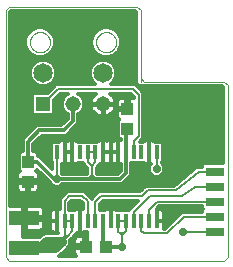
<source format=gtl>
G75*
%MOIN*%
%OFA0B0*%
%FSLAX25Y25*%
%IPPOS*%
%LPD*%
%AMOC8*
5,1,8,0,0,1.08239X$1,22.5*
%
%ADD10C,0.00000*%
%ADD11R,0.10000X0.05000*%
%ADD12R,0.01575X0.04724*%
%ADD13R,0.04331X0.03937*%
%ADD14R,0.03937X0.04331*%
%ADD15R,0.06299X0.03150*%
%ADD16R,0.05150X0.05150*%
%ADD17C,0.05150*%
%ADD18C,0.06496*%
%ADD19C,0.00800*%
%ADD20C,0.21654*%
%ADD21C,0.01200*%
%ADD22C,0.02775*%
%ADD23C,0.03200*%
D10*
X0004100Y0003487D02*
X0005350Y0002238D01*
X0076913Y0002238D01*
X0078163Y0003487D01*
X0078163Y0060675D01*
X0076913Y0061925D01*
X0050350Y0061925D01*
X0049100Y0063175D01*
X0049100Y0061925D01*
X0049100Y0063175D02*
X0049100Y0085675D01*
X0047850Y0086925D01*
X0005350Y0086925D01*
X0004100Y0085675D01*
X0004100Y0003487D01*
X0012230Y0075055D02*
X0012232Y0075170D01*
X0012238Y0075286D01*
X0012248Y0075401D01*
X0012262Y0075516D01*
X0012280Y0075630D01*
X0012302Y0075743D01*
X0012327Y0075856D01*
X0012357Y0075967D01*
X0012390Y0076078D01*
X0012427Y0076187D01*
X0012468Y0076295D01*
X0012513Y0076402D01*
X0012561Y0076507D01*
X0012613Y0076610D01*
X0012669Y0076711D01*
X0012728Y0076811D01*
X0012790Y0076908D01*
X0012856Y0077003D01*
X0012924Y0077096D01*
X0012996Y0077186D01*
X0013071Y0077274D01*
X0013150Y0077359D01*
X0013231Y0077441D01*
X0013314Y0077521D01*
X0013401Y0077597D01*
X0013490Y0077671D01*
X0013581Y0077741D01*
X0013675Y0077809D01*
X0013771Y0077873D01*
X0013870Y0077933D01*
X0013970Y0077990D01*
X0014072Y0078044D01*
X0014176Y0078094D01*
X0014282Y0078141D01*
X0014389Y0078184D01*
X0014498Y0078223D01*
X0014608Y0078258D01*
X0014719Y0078289D01*
X0014831Y0078317D01*
X0014944Y0078341D01*
X0015058Y0078361D01*
X0015173Y0078377D01*
X0015288Y0078389D01*
X0015403Y0078397D01*
X0015518Y0078401D01*
X0015634Y0078401D01*
X0015749Y0078397D01*
X0015864Y0078389D01*
X0015979Y0078377D01*
X0016094Y0078361D01*
X0016208Y0078341D01*
X0016321Y0078317D01*
X0016433Y0078289D01*
X0016544Y0078258D01*
X0016654Y0078223D01*
X0016763Y0078184D01*
X0016870Y0078141D01*
X0016976Y0078094D01*
X0017080Y0078044D01*
X0017182Y0077990D01*
X0017282Y0077933D01*
X0017381Y0077873D01*
X0017477Y0077809D01*
X0017571Y0077741D01*
X0017662Y0077671D01*
X0017751Y0077597D01*
X0017838Y0077521D01*
X0017921Y0077441D01*
X0018002Y0077359D01*
X0018081Y0077274D01*
X0018156Y0077186D01*
X0018228Y0077096D01*
X0018296Y0077003D01*
X0018362Y0076908D01*
X0018424Y0076811D01*
X0018483Y0076711D01*
X0018539Y0076610D01*
X0018591Y0076507D01*
X0018639Y0076402D01*
X0018684Y0076295D01*
X0018725Y0076187D01*
X0018762Y0076078D01*
X0018795Y0075967D01*
X0018825Y0075856D01*
X0018850Y0075743D01*
X0018872Y0075630D01*
X0018890Y0075516D01*
X0018904Y0075401D01*
X0018914Y0075286D01*
X0018920Y0075170D01*
X0018922Y0075055D01*
X0018920Y0074940D01*
X0018914Y0074824D01*
X0018904Y0074709D01*
X0018890Y0074594D01*
X0018872Y0074480D01*
X0018850Y0074367D01*
X0018825Y0074254D01*
X0018795Y0074143D01*
X0018762Y0074032D01*
X0018725Y0073923D01*
X0018684Y0073815D01*
X0018639Y0073708D01*
X0018591Y0073603D01*
X0018539Y0073500D01*
X0018483Y0073399D01*
X0018424Y0073299D01*
X0018362Y0073202D01*
X0018296Y0073107D01*
X0018228Y0073014D01*
X0018156Y0072924D01*
X0018081Y0072836D01*
X0018002Y0072751D01*
X0017921Y0072669D01*
X0017838Y0072589D01*
X0017751Y0072513D01*
X0017662Y0072439D01*
X0017571Y0072369D01*
X0017477Y0072301D01*
X0017381Y0072237D01*
X0017282Y0072177D01*
X0017182Y0072120D01*
X0017080Y0072066D01*
X0016976Y0072016D01*
X0016870Y0071969D01*
X0016763Y0071926D01*
X0016654Y0071887D01*
X0016544Y0071852D01*
X0016433Y0071821D01*
X0016321Y0071793D01*
X0016208Y0071769D01*
X0016094Y0071749D01*
X0015979Y0071733D01*
X0015864Y0071721D01*
X0015749Y0071713D01*
X0015634Y0071709D01*
X0015518Y0071709D01*
X0015403Y0071713D01*
X0015288Y0071721D01*
X0015173Y0071733D01*
X0015058Y0071749D01*
X0014944Y0071769D01*
X0014831Y0071793D01*
X0014719Y0071821D01*
X0014608Y0071852D01*
X0014498Y0071887D01*
X0014389Y0071926D01*
X0014282Y0071969D01*
X0014176Y0072016D01*
X0014072Y0072066D01*
X0013970Y0072120D01*
X0013870Y0072177D01*
X0013771Y0072237D01*
X0013675Y0072301D01*
X0013581Y0072369D01*
X0013490Y0072439D01*
X0013401Y0072513D01*
X0013314Y0072589D01*
X0013231Y0072669D01*
X0013150Y0072751D01*
X0013071Y0072836D01*
X0012996Y0072924D01*
X0012924Y0073014D01*
X0012856Y0073107D01*
X0012790Y0073202D01*
X0012728Y0073299D01*
X0012669Y0073399D01*
X0012613Y0073500D01*
X0012561Y0073603D01*
X0012513Y0073708D01*
X0012468Y0073815D01*
X0012427Y0073923D01*
X0012390Y0074032D01*
X0012357Y0074143D01*
X0012327Y0074254D01*
X0012302Y0074367D01*
X0012280Y0074480D01*
X0012262Y0074594D01*
X0012248Y0074709D01*
X0012238Y0074824D01*
X0012232Y0074940D01*
X0012230Y0075055D01*
X0034278Y0075055D02*
X0034280Y0075170D01*
X0034286Y0075286D01*
X0034296Y0075401D01*
X0034310Y0075516D01*
X0034328Y0075630D01*
X0034350Y0075743D01*
X0034375Y0075856D01*
X0034405Y0075967D01*
X0034438Y0076078D01*
X0034475Y0076187D01*
X0034516Y0076295D01*
X0034561Y0076402D01*
X0034609Y0076507D01*
X0034661Y0076610D01*
X0034717Y0076711D01*
X0034776Y0076811D01*
X0034838Y0076908D01*
X0034904Y0077003D01*
X0034972Y0077096D01*
X0035044Y0077186D01*
X0035119Y0077274D01*
X0035198Y0077359D01*
X0035279Y0077441D01*
X0035362Y0077521D01*
X0035449Y0077597D01*
X0035538Y0077671D01*
X0035629Y0077741D01*
X0035723Y0077809D01*
X0035819Y0077873D01*
X0035918Y0077933D01*
X0036018Y0077990D01*
X0036120Y0078044D01*
X0036224Y0078094D01*
X0036330Y0078141D01*
X0036437Y0078184D01*
X0036546Y0078223D01*
X0036656Y0078258D01*
X0036767Y0078289D01*
X0036879Y0078317D01*
X0036992Y0078341D01*
X0037106Y0078361D01*
X0037221Y0078377D01*
X0037336Y0078389D01*
X0037451Y0078397D01*
X0037566Y0078401D01*
X0037682Y0078401D01*
X0037797Y0078397D01*
X0037912Y0078389D01*
X0038027Y0078377D01*
X0038142Y0078361D01*
X0038256Y0078341D01*
X0038369Y0078317D01*
X0038481Y0078289D01*
X0038592Y0078258D01*
X0038702Y0078223D01*
X0038811Y0078184D01*
X0038918Y0078141D01*
X0039024Y0078094D01*
X0039128Y0078044D01*
X0039230Y0077990D01*
X0039330Y0077933D01*
X0039429Y0077873D01*
X0039525Y0077809D01*
X0039619Y0077741D01*
X0039710Y0077671D01*
X0039799Y0077597D01*
X0039886Y0077521D01*
X0039969Y0077441D01*
X0040050Y0077359D01*
X0040129Y0077274D01*
X0040204Y0077186D01*
X0040276Y0077096D01*
X0040344Y0077003D01*
X0040410Y0076908D01*
X0040472Y0076811D01*
X0040531Y0076711D01*
X0040587Y0076610D01*
X0040639Y0076507D01*
X0040687Y0076402D01*
X0040732Y0076295D01*
X0040773Y0076187D01*
X0040810Y0076078D01*
X0040843Y0075967D01*
X0040873Y0075856D01*
X0040898Y0075743D01*
X0040920Y0075630D01*
X0040938Y0075516D01*
X0040952Y0075401D01*
X0040962Y0075286D01*
X0040968Y0075170D01*
X0040970Y0075055D01*
X0040968Y0074940D01*
X0040962Y0074824D01*
X0040952Y0074709D01*
X0040938Y0074594D01*
X0040920Y0074480D01*
X0040898Y0074367D01*
X0040873Y0074254D01*
X0040843Y0074143D01*
X0040810Y0074032D01*
X0040773Y0073923D01*
X0040732Y0073815D01*
X0040687Y0073708D01*
X0040639Y0073603D01*
X0040587Y0073500D01*
X0040531Y0073399D01*
X0040472Y0073299D01*
X0040410Y0073202D01*
X0040344Y0073107D01*
X0040276Y0073014D01*
X0040204Y0072924D01*
X0040129Y0072836D01*
X0040050Y0072751D01*
X0039969Y0072669D01*
X0039886Y0072589D01*
X0039799Y0072513D01*
X0039710Y0072439D01*
X0039619Y0072369D01*
X0039525Y0072301D01*
X0039429Y0072237D01*
X0039330Y0072177D01*
X0039230Y0072120D01*
X0039128Y0072066D01*
X0039024Y0072016D01*
X0038918Y0071969D01*
X0038811Y0071926D01*
X0038702Y0071887D01*
X0038592Y0071852D01*
X0038481Y0071821D01*
X0038369Y0071793D01*
X0038256Y0071769D01*
X0038142Y0071749D01*
X0038027Y0071733D01*
X0037912Y0071721D01*
X0037797Y0071713D01*
X0037682Y0071709D01*
X0037566Y0071709D01*
X0037451Y0071713D01*
X0037336Y0071721D01*
X0037221Y0071733D01*
X0037106Y0071749D01*
X0036992Y0071769D01*
X0036879Y0071793D01*
X0036767Y0071821D01*
X0036656Y0071852D01*
X0036546Y0071887D01*
X0036437Y0071926D01*
X0036330Y0071969D01*
X0036224Y0072016D01*
X0036120Y0072066D01*
X0036018Y0072120D01*
X0035918Y0072177D01*
X0035819Y0072237D01*
X0035723Y0072301D01*
X0035629Y0072369D01*
X0035538Y0072439D01*
X0035449Y0072513D01*
X0035362Y0072589D01*
X0035279Y0072669D01*
X0035198Y0072751D01*
X0035119Y0072836D01*
X0035044Y0072924D01*
X0034972Y0073014D01*
X0034904Y0073107D01*
X0034838Y0073202D01*
X0034776Y0073299D01*
X0034717Y0073399D01*
X0034661Y0073500D01*
X0034609Y0073603D01*
X0034561Y0073708D01*
X0034516Y0073815D01*
X0034475Y0073923D01*
X0034438Y0074032D01*
X0034405Y0074143D01*
X0034375Y0074254D01*
X0034350Y0074367D01*
X0034328Y0074480D01*
X0034310Y0074594D01*
X0034296Y0074709D01*
X0034286Y0074824D01*
X0034280Y0074940D01*
X0034278Y0075055D01*
D11*
X0010350Y0016300D03*
X0010350Y0006300D03*
D12*
X0021216Y0015508D03*
X0023775Y0015508D03*
X0026334Y0015508D03*
X0028893Y0015508D03*
X0031452Y0015508D03*
X0034011Y0015508D03*
X0036570Y0015508D03*
X0039130Y0015508D03*
X0041689Y0015508D03*
X0044248Y0015508D03*
X0046807Y0015508D03*
X0049366Y0015508D03*
X0051925Y0015508D03*
X0054484Y0015508D03*
X0054484Y0038342D03*
X0051925Y0038342D03*
X0049366Y0038342D03*
X0046807Y0038342D03*
X0044248Y0038342D03*
X0041689Y0038342D03*
X0039130Y0038342D03*
X0036570Y0038342D03*
X0034011Y0038342D03*
X0031452Y0038342D03*
X0028893Y0038342D03*
X0026334Y0038342D03*
X0023775Y0038342D03*
X0021216Y0038342D03*
D13*
X0030754Y0006925D03*
X0037446Y0006925D03*
D14*
X0011600Y0028579D03*
X0011600Y0035271D03*
X0044725Y0046079D03*
X0044725Y0052771D03*
D15*
X0073788Y0031925D03*
X0073788Y0026925D03*
X0073788Y0021925D03*
X0073788Y0016925D03*
X0073788Y0011925D03*
D16*
X0016600Y0054425D03*
D17*
X0026600Y0054425D03*
X0036600Y0054425D03*
D18*
X0036600Y0064779D03*
X0016600Y0064779D03*
D19*
X0021600Y0059425D02*
X0016600Y0054425D01*
X0021600Y0059425D02*
X0046600Y0059425D01*
X0048475Y0057550D01*
X0048475Y0043800D01*
X0046807Y0042132D01*
X0046807Y0038342D01*
X0054484Y0038342D02*
X0054484Y0032791D01*
X0051600Y0025675D02*
X0060975Y0025675D01*
X0068475Y0031925D01*
X0073788Y0031925D01*
X0073788Y0026925D02*
X0067225Y0026925D01*
X0062850Y0023800D01*
X0052225Y0023800D01*
X0046807Y0018382D01*
X0046807Y0015508D01*
X0049366Y0015508D02*
X0049366Y0012284D01*
X0050350Y0011300D01*
X0057850Y0011300D01*
X0063475Y0016925D01*
X0073788Y0016925D01*
X0073788Y0011925D02*
X0063162Y0011925D01*
X0054725Y0021925D02*
X0051925Y0019125D01*
X0051925Y0015508D01*
X0054725Y0021925D02*
X0073788Y0021925D01*
X0051600Y0025675D02*
X0049725Y0023800D01*
X0035975Y0023800D01*
X0034011Y0021836D01*
X0034011Y0015508D01*
X0031452Y0015508D02*
X0031452Y0022073D01*
X0029725Y0023800D01*
X0025350Y0023800D01*
X0023775Y0022225D01*
X0023775Y0015508D01*
X0023775Y0010350D01*
X0023944Y0010519D01*
X0024881Y0010519D01*
X0022850Y0008488D01*
X0022850Y0009425D02*
X0023775Y0010350D01*
X0024881Y0010519D02*
X0026334Y0011972D01*
X0026334Y0015508D01*
X0023775Y0015508D01*
X0021216Y0029425D02*
X0021216Y0038342D01*
X0027850Y0029425D02*
X0031600Y0029425D01*
X0032850Y0030675D01*
X0034100Y0029425D01*
X0032850Y0029425D02*
X0032850Y0030675D01*
X0032850Y0033800D01*
X0034011Y0034961D01*
X0034011Y0038342D01*
X0031452Y0038342D01*
X0031600Y0038195D01*
X0031600Y0035050D01*
X0032850Y0033800D01*
X0041689Y0015508D02*
X0041689Y0011836D01*
X0042225Y0011300D01*
X0043475Y0011300D01*
X0042850Y0010675D01*
X0042850Y0006925D01*
X0042850Y0010675D02*
X0042225Y0011300D01*
X0043475Y0011300D02*
X0044248Y0012073D01*
X0044248Y0015508D01*
X0041689Y0015508D01*
D20*
X0066167Y0047555D03*
D21*
X0056471Y0041202D02*
X0055768Y0041905D01*
X0053775Y0041905D01*
X0053695Y0041985D01*
X0053330Y0042195D01*
X0052923Y0042305D01*
X0051925Y0042305D01*
X0051925Y0038342D01*
X0051925Y0034380D01*
X0052414Y0034380D01*
X0052290Y0034257D01*
X0051896Y0033306D01*
X0051896Y0032276D01*
X0052290Y0031325D01*
X0053018Y0030598D01*
X0053969Y0030204D01*
X0054999Y0030204D01*
X0055949Y0030598D01*
X0056677Y0031325D01*
X0057071Y0032276D01*
X0057071Y0033306D01*
X0056677Y0034257D01*
X0056084Y0034850D01*
X0056084Y0035096D01*
X0056471Y0035483D01*
X0056471Y0041202D01*
X0056197Y0041476D02*
X0076563Y0041476D01*
X0076563Y0042674D02*
X0049612Y0042674D01*
X0050075Y0043137D02*
X0048842Y0041905D01*
X0050075Y0041905D01*
X0050155Y0041985D01*
X0050520Y0042195D01*
X0050927Y0042305D01*
X0051925Y0042305D01*
X0051925Y0038342D01*
X0051925Y0038342D01*
X0051925Y0034380D01*
X0050927Y0034380D01*
X0050520Y0034489D01*
X0050155Y0034700D01*
X0050075Y0034780D01*
X0046048Y0034780D01*
X0046048Y0030702D01*
X0042971Y0027625D01*
X0023075Y0027625D01*
X0022682Y0027232D01*
X0021731Y0026838D01*
X0020701Y0026838D01*
X0019750Y0027232D01*
X0019023Y0027959D01*
X0018848Y0028382D01*
X0014694Y0032535D01*
X0014318Y0032159D01*
X0014551Y0032024D01*
X0014849Y0031726D01*
X0015059Y0031361D01*
X0015168Y0030955D01*
X0015168Y0028963D01*
X0011984Y0028963D01*
X0011984Y0028194D01*
X0011984Y0024813D01*
X0013779Y0024813D01*
X0014186Y0024922D01*
X0014551Y0025133D01*
X0014849Y0025431D01*
X0015059Y0025796D01*
X0015168Y0026203D01*
X0015168Y0028194D01*
X0011984Y0028194D01*
X0011216Y0028194D01*
X0011216Y0024813D01*
X0009421Y0024813D01*
X0009014Y0024922D01*
X0008649Y0025133D01*
X0008351Y0025431D01*
X0008141Y0025796D01*
X0008031Y0026203D01*
X0008031Y0028194D01*
X0011216Y0028194D01*
X0011216Y0028963D01*
X0008031Y0028963D01*
X0008031Y0030955D01*
X0008141Y0031361D01*
X0008351Y0031726D01*
X0008649Y0032024D01*
X0008882Y0032159D01*
X0008431Y0032609D01*
X0008431Y0037934D01*
X0009134Y0038637D01*
X0009800Y0038637D01*
X0009800Y0042671D01*
X0010854Y0043725D01*
X0014604Y0047475D01*
X0022729Y0047475D01*
X0024800Y0049546D01*
X0024800Y0051085D01*
X0024462Y0051225D01*
X0023400Y0052287D01*
X0022825Y0053674D01*
X0022825Y0055176D01*
X0023400Y0056563D01*
X0024462Y0057625D01*
X0024944Y0057825D01*
X0022263Y0057825D01*
X0020375Y0055937D01*
X0020375Y0051353D01*
X0019672Y0050650D01*
X0013528Y0050650D01*
X0012825Y0051353D01*
X0012825Y0057497D01*
X0013528Y0058200D01*
X0018112Y0058200D01*
X0020937Y0061025D01*
X0034064Y0061025D01*
X0032829Y0062260D01*
X0032152Y0063895D01*
X0032152Y0065664D01*
X0032829Y0067299D01*
X0034080Y0068550D01*
X0035715Y0069227D01*
X0037485Y0069227D01*
X0039120Y0068550D01*
X0040371Y0067299D01*
X0041048Y0065664D01*
X0041048Y0063895D01*
X0040371Y0062260D01*
X0039136Y0061025D01*
X0047263Y0061025D01*
X0049138Y0059150D01*
X0050075Y0058213D01*
X0050075Y0043137D01*
X0050075Y0043873D02*
X0076563Y0043873D01*
X0076563Y0045071D02*
X0050075Y0045071D01*
X0050075Y0046270D02*
X0076563Y0046270D01*
X0076563Y0047468D02*
X0050075Y0047468D01*
X0050075Y0048667D02*
X0076563Y0048667D01*
X0076563Y0049865D02*
X0050075Y0049865D01*
X0050075Y0051064D02*
X0076563Y0051064D01*
X0076563Y0052262D02*
X0050075Y0052262D01*
X0050075Y0053461D02*
X0076563Y0053461D01*
X0076563Y0054659D02*
X0050075Y0054659D01*
X0050075Y0055858D02*
X0076563Y0055858D01*
X0076563Y0057057D02*
X0050075Y0057057D01*
X0050033Y0058255D02*
X0076563Y0058255D01*
X0076563Y0059454D02*
X0048834Y0059454D01*
X0048437Y0060325D02*
X0076250Y0060325D01*
X0076563Y0060012D01*
X0076563Y0034700D01*
X0070141Y0034700D01*
X0069438Y0033997D01*
X0069438Y0033525D01*
X0068548Y0033525D01*
X0067960Y0033578D01*
X0067896Y0033525D01*
X0067812Y0033525D01*
X0067395Y0033108D01*
X0060396Y0027275D01*
X0050937Y0027275D01*
X0050000Y0026338D01*
X0049062Y0025400D01*
X0035312Y0025400D01*
X0034375Y0024463D01*
X0033349Y0023436D01*
X0032850Y0022938D01*
X0031325Y0024463D01*
X0030388Y0025400D01*
X0024687Y0025400D01*
X0023750Y0024463D01*
X0022175Y0022888D01*
X0022175Y0019470D01*
X0021216Y0019470D01*
X0020218Y0019470D01*
X0019811Y0019361D01*
X0019446Y0019150D01*
X0019148Y0018852D01*
X0018938Y0018487D01*
X0018829Y0018081D01*
X0018829Y0015508D01*
X0021216Y0015508D01*
X0021216Y0019470D01*
X0021216Y0015508D01*
X0021216Y0015508D01*
X0021216Y0015508D01*
X0018829Y0015508D01*
X0018829Y0012935D01*
X0018938Y0012528D01*
X0019148Y0012163D01*
X0019446Y0011865D01*
X0019811Y0011655D01*
X0020218Y0011545D01*
X0021216Y0011545D01*
X0021216Y0015508D01*
X0021216Y0015508D01*
X0021216Y0011545D01*
X0021538Y0011545D01*
X0021538Y0011287D01*
X0017293Y0011287D01*
X0016264Y0010861D01*
X0015476Y0010074D01*
X0015476Y0010074D01*
X0015403Y0010000D01*
X0009787Y0010000D01*
X0009787Y0013902D01*
X0009750Y0013939D01*
X0009750Y0015700D01*
X0010950Y0015700D01*
X0010950Y0016900D01*
X0009750Y0016900D01*
X0009750Y0020400D01*
X0005700Y0020400D01*
X0005700Y0085012D01*
X0006013Y0085325D01*
X0047187Y0085325D01*
X0047500Y0085012D01*
X0047500Y0061262D01*
X0048437Y0060325D01*
X0048110Y0060652D02*
X0047636Y0060652D01*
X0047500Y0061851D02*
X0039962Y0061851D01*
X0040698Y0063049D02*
X0047500Y0063049D01*
X0047500Y0064248D02*
X0041048Y0064248D01*
X0041048Y0065446D02*
X0047500Y0065446D01*
X0047500Y0066645D02*
X0040642Y0066645D01*
X0039827Y0067843D02*
X0047500Y0067843D01*
X0047500Y0069042D02*
X0037933Y0069042D01*
X0038608Y0070108D02*
X0040426Y0070862D01*
X0041817Y0072253D01*
X0042570Y0074071D01*
X0042570Y0076039D01*
X0041817Y0077857D01*
X0040426Y0079248D01*
X0038608Y0080001D01*
X0036640Y0080001D01*
X0034822Y0079248D01*
X0033430Y0077857D01*
X0032677Y0076039D01*
X0032677Y0074071D01*
X0033430Y0072253D01*
X0034822Y0070862D01*
X0036640Y0070108D01*
X0038608Y0070108D01*
X0038925Y0070240D02*
X0047500Y0070240D01*
X0047500Y0071439D02*
X0041003Y0071439D01*
X0041976Y0072637D02*
X0047500Y0072637D01*
X0047500Y0073836D02*
X0042473Y0073836D01*
X0042570Y0075034D02*
X0047500Y0075034D01*
X0047500Y0076233D02*
X0042490Y0076233D01*
X0041993Y0077431D02*
X0047500Y0077431D01*
X0047500Y0078630D02*
X0041044Y0078630D01*
X0039026Y0079828D02*
X0047500Y0079828D01*
X0047500Y0081027D02*
X0005700Y0081027D01*
X0005700Y0079828D02*
X0014174Y0079828D01*
X0014592Y0080001D02*
X0012774Y0079248D01*
X0011383Y0077857D01*
X0010630Y0076039D01*
X0010630Y0074071D01*
X0011383Y0072253D01*
X0012774Y0070862D01*
X0014592Y0070108D01*
X0016560Y0070108D01*
X0018378Y0070862D01*
X0019770Y0072253D01*
X0020523Y0074071D01*
X0020523Y0076039D01*
X0019770Y0077857D01*
X0018378Y0079248D01*
X0016560Y0080001D01*
X0014592Y0080001D01*
X0016978Y0079828D02*
X0036222Y0079828D01*
X0034203Y0078630D02*
X0018997Y0078630D01*
X0019946Y0077431D02*
X0033254Y0077431D01*
X0032757Y0076233D02*
X0020443Y0076233D01*
X0020523Y0075034D02*
X0032677Y0075034D01*
X0032775Y0073836D02*
X0020425Y0073836D01*
X0019929Y0072637D02*
X0033271Y0072637D01*
X0034245Y0071439D02*
X0018955Y0071439D01*
X0016878Y0070240D02*
X0036322Y0070240D01*
X0035267Y0069042D02*
X0017933Y0069042D01*
X0017485Y0069227D02*
X0015715Y0069227D01*
X0014080Y0068550D01*
X0012829Y0067299D01*
X0012152Y0065664D01*
X0012152Y0063895D01*
X0012829Y0062260D01*
X0014080Y0061008D01*
X0015715Y0060331D01*
X0017485Y0060331D01*
X0019120Y0061008D01*
X0020371Y0062260D01*
X0021048Y0063895D01*
X0021048Y0065664D01*
X0020371Y0067299D01*
X0019120Y0068550D01*
X0017485Y0069227D01*
X0015267Y0069042D02*
X0005700Y0069042D01*
X0005700Y0067843D02*
X0013373Y0067843D01*
X0012558Y0066645D02*
X0005700Y0066645D01*
X0005700Y0065446D02*
X0012152Y0065446D01*
X0012152Y0064248D02*
X0005700Y0064248D01*
X0005700Y0063049D02*
X0012502Y0063049D01*
X0013238Y0061851D02*
X0005700Y0061851D01*
X0005700Y0060652D02*
X0014941Y0060652D01*
X0018259Y0060652D02*
X0020564Y0060652D01*
X0019962Y0061851D02*
X0033238Y0061851D01*
X0032502Y0063049D02*
X0020698Y0063049D01*
X0021048Y0064248D02*
X0032152Y0064248D01*
X0032152Y0065446D02*
X0021048Y0065446D01*
X0020642Y0066645D02*
X0032558Y0066645D01*
X0033373Y0067843D02*
X0019827Y0067843D01*
X0014275Y0070240D02*
X0005700Y0070240D01*
X0005700Y0071439D02*
X0012197Y0071439D01*
X0011224Y0072637D02*
X0005700Y0072637D01*
X0005700Y0073836D02*
X0010727Y0073836D01*
X0010630Y0075034D02*
X0005700Y0075034D01*
X0005700Y0076233D02*
X0010710Y0076233D01*
X0011207Y0077431D02*
X0005700Y0077431D01*
X0005700Y0078630D02*
X0012156Y0078630D01*
X0005700Y0082225D02*
X0047500Y0082225D01*
X0047500Y0083424D02*
X0005700Y0083424D01*
X0005700Y0084622D02*
X0047500Y0084622D01*
X0045937Y0057825D02*
X0039023Y0057825D01*
X0039320Y0057609D01*
X0039784Y0057145D01*
X0040171Y0056613D01*
X0040469Y0056028D01*
X0040672Y0055403D01*
X0040775Y0054754D01*
X0040775Y0054612D01*
X0036787Y0054612D01*
X0036787Y0054238D01*
X0036787Y0050250D01*
X0036929Y0050250D01*
X0037578Y0050353D01*
X0038203Y0050556D01*
X0038788Y0050854D01*
X0039320Y0051241D01*
X0039784Y0051705D01*
X0040171Y0052237D01*
X0040469Y0052822D01*
X0040672Y0053447D01*
X0040775Y0054096D01*
X0040775Y0054238D01*
X0036787Y0054238D01*
X0036413Y0054238D01*
X0036413Y0050250D01*
X0036271Y0050250D01*
X0035622Y0050353D01*
X0034997Y0050556D01*
X0034412Y0050854D01*
X0033880Y0051241D01*
X0033416Y0051705D01*
X0033029Y0052237D01*
X0032731Y0052822D01*
X0032528Y0053447D01*
X0032425Y0054096D01*
X0032425Y0054238D01*
X0036413Y0054238D01*
X0036413Y0054612D01*
X0032425Y0054612D01*
X0032425Y0054754D01*
X0032528Y0055403D01*
X0032731Y0056028D01*
X0033029Y0056613D01*
X0033416Y0057145D01*
X0033880Y0057609D01*
X0034177Y0057825D01*
X0028256Y0057825D01*
X0028738Y0057625D01*
X0029800Y0056563D01*
X0030375Y0055176D01*
X0030375Y0053674D01*
X0029800Y0052287D01*
X0028738Y0051225D01*
X0028400Y0051085D01*
X0028400Y0048054D01*
X0025275Y0044929D01*
X0024221Y0043875D01*
X0016096Y0043875D01*
X0013400Y0041179D01*
X0013400Y0038637D01*
X0014066Y0038637D01*
X0014768Y0037934D01*
X0014768Y0037071D01*
X0015249Y0037071D01*
X0019616Y0032704D01*
X0019616Y0035096D01*
X0019229Y0035483D01*
X0019229Y0041202D01*
X0019932Y0041905D01*
X0021925Y0041905D01*
X0022005Y0041985D01*
X0022370Y0042195D01*
X0022777Y0042305D01*
X0023775Y0042305D01*
X0023775Y0038342D01*
X0023775Y0038342D01*
X0023775Y0034380D01*
X0022816Y0034380D01*
X0022816Y0031484D01*
X0023075Y0031225D01*
X0031137Y0031225D01*
X0031250Y0031338D01*
X0031250Y0033137D01*
X0030937Y0033450D01*
X0030000Y0034387D01*
X0030000Y0034780D01*
X0028184Y0034780D01*
X0028104Y0034700D01*
X0027739Y0034489D01*
X0027332Y0034380D01*
X0026334Y0034380D01*
X0026334Y0038342D01*
X0026334Y0038342D01*
X0023775Y0038342D01*
X0023775Y0034380D01*
X0024773Y0034380D01*
X0025055Y0034456D01*
X0025336Y0034380D01*
X0026334Y0034380D01*
X0026334Y0038342D01*
X0026334Y0038342D01*
X0026163Y0038342D01*
X0023775Y0038342D01*
X0023775Y0038342D01*
X0023775Y0038342D01*
X0023775Y0042305D01*
X0024773Y0042305D01*
X0025055Y0042229D01*
X0025336Y0042305D01*
X0026334Y0042305D01*
X0026334Y0038342D01*
X0026334Y0038342D01*
X0026334Y0042305D01*
X0027332Y0042305D01*
X0027739Y0042195D01*
X0028104Y0041985D01*
X0028184Y0041905D01*
X0034720Y0041905D01*
X0034801Y0041985D01*
X0035165Y0042195D01*
X0035572Y0042305D01*
X0036570Y0042305D01*
X0036570Y0038342D01*
X0036571Y0038342D01*
X0036571Y0038342D01*
X0039129Y0038342D01*
X0039129Y0038342D01*
X0039130Y0038342D01*
X0039130Y0038342D01*
X0041688Y0038342D01*
X0041688Y0038342D01*
X0041689Y0038342D02*
X0041689Y0038342D01*
X0041689Y0034380D01*
X0042448Y0034380D01*
X0042448Y0032193D01*
X0041479Y0031225D01*
X0034846Y0031225D01*
X0034563Y0031225D01*
X0034450Y0031338D01*
X0034450Y0033137D01*
X0035611Y0034299D01*
X0035611Y0034380D01*
X0036570Y0034380D01*
X0036570Y0038342D01*
X0036571Y0038342D02*
X0036571Y0034380D01*
X0037569Y0034380D01*
X0037850Y0034456D01*
X0038131Y0034380D01*
X0039129Y0034380D01*
X0039129Y0038342D01*
X0038958Y0038342D01*
X0036571Y0038342D01*
X0036570Y0038342D01*
X0036571Y0038342D02*
X0036571Y0042305D01*
X0037569Y0042305D01*
X0037850Y0042229D01*
X0038131Y0042305D01*
X0039129Y0042305D01*
X0039129Y0038342D01*
X0039130Y0038342D02*
X0039130Y0034380D01*
X0040128Y0034380D01*
X0040409Y0034456D01*
X0040691Y0034380D01*
X0041689Y0034380D01*
X0041689Y0038342D01*
X0041689Y0038342D01*
X0041689Y0042305D01*
X0042448Y0042305D01*
X0042448Y0042713D01*
X0042259Y0042713D01*
X0041556Y0043416D01*
X0041556Y0048741D01*
X0042007Y0049191D01*
X0041774Y0049326D01*
X0041476Y0049624D01*
X0041266Y0049989D01*
X0041156Y0050395D01*
X0041156Y0052387D01*
X0044341Y0052387D01*
X0044341Y0053156D01*
X0044341Y0056537D01*
X0042546Y0056537D01*
X0042139Y0056428D01*
X0041774Y0056217D01*
X0041476Y0055919D01*
X0041266Y0055554D01*
X0041156Y0055147D01*
X0041156Y0053156D01*
X0044341Y0053156D01*
X0045109Y0053156D01*
X0045109Y0056537D01*
X0046875Y0056537D01*
X0046875Y0056887D01*
X0045937Y0057825D01*
X0046706Y0057057D02*
X0039848Y0057057D01*
X0040524Y0055858D02*
X0041441Y0055858D01*
X0041156Y0054659D02*
X0040775Y0054659D01*
X0040674Y0053461D02*
X0041156Y0053461D01*
X0041156Y0052262D02*
X0040184Y0052262D01*
X0041156Y0051064D02*
X0039077Y0051064D01*
X0036787Y0051064D02*
X0036413Y0051064D01*
X0036413Y0052262D02*
X0036787Y0052262D01*
X0036787Y0053461D02*
X0036413Y0053461D01*
X0034123Y0051064D02*
X0028400Y0051064D01*
X0029776Y0052262D02*
X0033016Y0052262D01*
X0032526Y0053461D02*
X0030286Y0053461D01*
X0030375Y0054659D02*
X0032425Y0054659D01*
X0032676Y0055858D02*
X0030092Y0055858D01*
X0029307Y0057057D02*
X0033352Y0057057D01*
X0028400Y0049865D02*
X0041337Y0049865D01*
X0041556Y0048667D02*
X0028400Y0048667D01*
X0027814Y0047468D02*
X0041556Y0047468D01*
X0041556Y0046270D02*
X0026616Y0046270D01*
X0025417Y0045071D02*
X0041556Y0045071D01*
X0041556Y0043873D02*
X0016093Y0043873D01*
X0014895Y0042674D02*
X0042448Y0042674D01*
X0041689Y0042305D02*
X0040691Y0042305D01*
X0040409Y0042229D01*
X0040128Y0042305D01*
X0039130Y0042305D01*
X0039130Y0038342D01*
X0041517Y0038342D01*
X0041688Y0038342D01*
X0041689Y0038342D02*
X0041689Y0042305D01*
X0041689Y0041476D02*
X0041689Y0041476D01*
X0041689Y0040277D02*
X0041689Y0040277D01*
X0041689Y0039079D02*
X0041689Y0039079D01*
X0041689Y0037880D02*
X0041689Y0037880D01*
X0041689Y0036682D02*
X0041689Y0036682D01*
X0041689Y0035483D02*
X0041689Y0035483D01*
X0042448Y0034285D02*
X0035598Y0034285D01*
X0036570Y0035483D02*
X0036571Y0035483D01*
X0036570Y0036682D02*
X0036571Y0036682D01*
X0036570Y0037880D02*
X0036571Y0037880D01*
X0036570Y0039079D02*
X0036571Y0039079D01*
X0036570Y0040277D02*
X0036571Y0040277D01*
X0036570Y0041476D02*
X0036571Y0041476D01*
X0039129Y0041476D02*
X0039130Y0041476D01*
X0039129Y0040277D02*
X0039130Y0040277D01*
X0039129Y0039079D02*
X0039130Y0039079D01*
X0039130Y0038342D02*
X0039129Y0038342D01*
X0039129Y0037880D02*
X0039130Y0037880D01*
X0039129Y0036682D02*
X0039130Y0036682D01*
X0039129Y0035483D02*
X0039130Y0035483D01*
X0042448Y0033086D02*
X0034450Y0033086D01*
X0034450Y0031888D02*
X0042142Y0031888D01*
X0044248Y0031448D02*
X0042225Y0029425D01*
X0034100Y0029425D01*
X0032850Y0029425D01*
X0027850Y0029425D01*
X0021216Y0029425D01*
X0020350Y0029425D01*
X0014504Y0035271D01*
X0011600Y0035271D01*
X0011600Y0041925D01*
X0015350Y0045675D01*
X0023475Y0045675D01*
X0026600Y0048800D01*
X0026600Y0054425D01*
X0023893Y0057057D02*
X0021494Y0057057D01*
X0020375Y0055858D02*
X0023108Y0055858D01*
X0022825Y0054659D02*
X0020375Y0054659D01*
X0020375Y0053461D02*
X0022913Y0053461D01*
X0023424Y0052262D02*
X0020375Y0052262D01*
X0020086Y0051064D02*
X0024800Y0051064D01*
X0024800Y0049865D02*
X0005700Y0049865D01*
X0005700Y0048667D02*
X0023921Y0048667D01*
X0023775Y0041476D02*
X0023775Y0041476D01*
X0023775Y0040277D02*
X0023775Y0040277D01*
X0023775Y0039079D02*
X0023775Y0039079D01*
X0023775Y0037880D02*
X0023775Y0037880D01*
X0023775Y0036682D02*
X0023775Y0036682D01*
X0023775Y0035483D02*
X0023775Y0035483D01*
X0022816Y0034285D02*
X0030102Y0034285D01*
X0031250Y0033086D02*
X0022816Y0033086D01*
X0022816Y0031888D02*
X0031250Y0031888D01*
X0026334Y0035483D02*
X0026334Y0035483D01*
X0026334Y0036682D02*
X0026334Y0036682D01*
X0026334Y0037880D02*
X0026334Y0037880D01*
X0026334Y0039079D02*
X0026334Y0039079D01*
X0026334Y0040277D02*
X0026334Y0040277D01*
X0026334Y0041476D02*
X0026334Y0041476D01*
X0019503Y0041476D02*
X0013696Y0041476D01*
X0013400Y0040277D02*
X0019229Y0040277D01*
X0019229Y0039079D02*
X0013400Y0039079D01*
X0014768Y0037880D02*
X0019229Y0037880D01*
X0019229Y0036682D02*
X0015639Y0036682D01*
X0016837Y0035483D02*
X0019229Y0035483D01*
X0019616Y0034285D02*
X0018036Y0034285D01*
X0019234Y0033086D02*
X0019616Y0033086D01*
X0016540Y0030689D02*
X0015168Y0030689D01*
X0015168Y0029491D02*
X0017739Y0029491D01*
X0018885Y0028292D02*
X0011984Y0028292D01*
X0011216Y0028292D02*
X0005700Y0028292D01*
X0005700Y0029491D02*
X0008031Y0029491D01*
X0008031Y0030689D02*
X0005700Y0030689D01*
X0005700Y0031888D02*
X0008513Y0031888D01*
X0008431Y0033086D02*
X0005700Y0033086D01*
X0005700Y0034285D02*
X0008431Y0034285D01*
X0008431Y0035483D02*
X0005700Y0035483D01*
X0005700Y0036682D02*
X0008431Y0036682D01*
X0008431Y0037880D02*
X0005700Y0037880D01*
X0005700Y0039079D02*
X0009800Y0039079D01*
X0009800Y0040277D02*
X0005700Y0040277D01*
X0005700Y0041476D02*
X0009800Y0041476D01*
X0009804Y0042674D02*
X0005700Y0042674D01*
X0005700Y0043873D02*
X0011002Y0043873D01*
X0012201Y0045071D02*
X0005700Y0045071D01*
X0005700Y0046270D02*
X0013399Y0046270D01*
X0014598Y0047468D02*
X0005700Y0047468D01*
X0005700Y0051064D02*
X0013114Y0051064D01*
X0012825Y0052262D02*
X0005700Y0052262D01*
X0005700Y0053461D02*
X0012825Y0053461D01*
X0012825Y0054659D02*
X0005700Y0054659D01*
X0005700Y0055858D02*
X0012825Y0055858D01*
X0012825Y0057057D02*
X0005700Y0057057D01*
X0005700Y0058255D02*
X0018167Y0058255D01*
X0019366Y0059454D02*
X0005700Y0059454D01*
X0014687Y0031888D02*
X0015342Y0031888D01*
X0015168Y0027094D02*
X0020083Y0027094D01*
X0022349Y0027094D02*
X0050756Y0027094D01*
X0049557Y0025895D02*
X0015086Y0025895D01*
X0011984Y0025895D02*
X0011216Y0025895D01*
X0011216Y0027094D02*
X0011984Y0027094D01*
X0008114Y0025895D02*
X0005700Y0025895D01*
X0005700Y0024697D02*
X0023984Y0024697D01*
X0022785Y0023498D02*
X0005700Y0023498D01*
X0005700Y0022300D02*
X0022175Y0022300D01*
X0022175Y0021101D02*
X0005700Y0021101D01*
X0009750Y0019903D02*
X0010950Y0019903D01*
X0010950Y0020400D02*
X0010950Y0016900D01*
X0016950Y0016900D01*
X0016950Y0019011D01*
X0016841Y0019418D01*
X0016630Y0019782D01*
X0016332Y0020080D01*
X0015968Y0020291D01*
X0015561Y0020400D01*
X0010950Y0020400D01*
X0010950Y0018704D02*
X0009750Y0018704D01*
X0009750Y0017506D02*
X0010950Y0017506D01*
X0010950Y0016307D02*
X0018829Y0016307D01*
X0018829Y0015109D02*
X0016950Y0015109D01*
X0016950Y0015700D02*
X0016950Y0013589D01*
X0016841Y0013182D01*
X0016630Y0012818D01*
X0016332Y0012520D01*
X0015968Y0012309D01*
X0015561Y0012200D01*
X0010950Y0012200D01*
X0010950Y0015700D01*
X0016950Y0015700D01*
X0016950Y0013910D02*
X0018829Y0013910D01*
X0018889Y0012712D02*
X0016524Y0012712D01*
X0015717Y0010315D02*
X0009787Y0010315D01*
X0009787Y0011513D02*
X0021538Y0011513D01*
X0021216Y0012712D02*
X0021216Y0012712D01*
X0021216Y0013910D02*
X0021216Y0013910D01*
X0021216Y0015109D02*
X0021216Y0015109D01*
X0021216Y0016307D02*
X0021216Y0016307D01*
X0021216Y0017506D02*
X0021216Y0017506D01*
X0021216Y0018704D02*
X0021216Y0018704D01*
X0022175Y0019903D02*
X0016510Y0019903D01*
X0016950Y0018704D02*
X0019063Y0018704D01*
X0018829Y0017506D02*
X0016950Y0017506D01*
X0010950Y0015109D02*
X0009750Y0015109D01*
X0009779Y0013910D02*
X0010950Y0013910D01*
X0010950Y0012712D02*
X0009787Y0012712D01*
X0022034Y0003837D02*
X0022249Y0003926D01*
X0024436Y0006114D01*
X0025224Y0006901D01*
X0025650Y0007931D01*
X0025650Y0009025D01*
X0026481Y0009856D01*
X0026997Y0010372D01*
X0027934Y0011309D01*
X0027934Y0011545D01*
X0028893Y0011545D01*
X0028893Y0015508D01*
X0028893Y0019470D01*
X0027895Y0019470D01*
X0027488Y0019361D01*
X0027123Y0019150D01*
X0027043Y0019070D01*
X0025375Y0019070D01*
X0025375Y0021562D01*
X0026013Y0022200D01*
X0029062Y0022200D01*
X0029852Y0021410D01*
X0029852Y0019470D01*
X0028893Y0019470D01*
X0028893Y0015508D01*
X0028893Y0015508D01*
X0028893Y0019632D01*
X0027850Y0020675D01*
X0029852Y0021101D02*
X0025375Y0021101D01*
X0025375Y0019903D02*
X0029852Y0019903D01*
X0028893Y0018704D02*
X0028893Y0018704D01*
X0028893Y0017506D02*
X0028893Y0017506D01*
X0028893Y0016307D02*
X0028893Y0016307D01*
X0028893Y0015508D02*
X0028893Y0011545D01*
X0029891Y0011545D01*
X0030298Y0011655D01*
X0030663Y0011865D01*
X0030743Y0011945D01*
X0031225Y0011945D01*
X0031225Y0010493D01*
X0031138Y0010493D01*
X0031138Y0007309D01*
X0030369Y0007309D01*
X0030369Y0006541D01*
X0026988Y0006541D01*
X0026988Y0004746D01*
X0027097Y0004339D01*
X0027308Y0003974D01*
X0027444Y0003837D01*
X0022034Y0003837D01*
X0022644Y0004322D02*
X0027107Y0004322D01*
X0025975Y0005050D02*
X0025975Y0006925D01*
X0030754Y0006925D01*
X0030369Y0006719D02*
X0025041Y0006719D01*
X0024436Y0006114D02*
X0024436Y0006114D01*
X0023843Y0005521D02*
X0026988Y0005521D01*
X0026988Y0007309D02*
X0030369Y0007309D01*
X0030369Y0010493D01*
X0028378Y0010493D01*
X0027971Y0010384D01*
X0027606Y0010174D01*
X0027308Y0009876D01*
X0027097Y0009511D01*
X0026988Y0009104D01*
X0026988Y0007309D01*
X0026988Y0007918D02*
X0025645Y0007918D01*
X0025741Y0009116D02*
X0026991Y0009116D01*
X0026481Y0009856D02*
X0026481Y0009856D01*
X0026940Y0010315D02*
X0027850Y0010315D01*
X0027934Y0011513D02*
X0031225Y0011513D01*
X0031138Y0010315D02*
X0030369Y0010315D01*
X0030369Y0009116D02*
X0031138Y0009116D01*
X0031138Y0007918D02*
X0030369Y0007918D01*
X0028893Y0012712D02*
X0028893Y0012712D01*
X0028893Y0013910D02*
X0028893Y0013910D01*
X0028893Y0015109D02*
X0028893Y0015109D01*
X0028893Y0015508D02*
X0028893Y0015508D01*
X0032290Y0023498D02*
X0033410Y0023498D01*
X0034609Y0024697D02*
X0031091Y0024697D01*
X0031325Y0024463D02*
X0031325Y0024463D01*
X0035611Y0021174D02*
X0035611Y0019070D01*
X0037279Y0019070D01*
X0037360Y0019150D01*
X0037725Y0019361D01*
X0038131Y0019470D01*
X0039129Y0019470D01*
X0039129Y0015508D01*
X0039130Y0015508D01*
X0039130Y0019470D01*
X0040128Y0019470D01*
X0040534Y0019361D01*
X0040899Y0019150D01*
X0040980Y0019070D01*
X0042963Y0019070D01*
X0045232Y0019070D01*
X0048362Y0022200D01*
X0036638Y0022200D01*
X0035611Y0021174D01*
X0035611Y0021101D02*
X0047263Y0021101D01*
X0046065Y0019903D02*
X0035611Y0019903D01*
X0039100Y0020675D02*
X0039130Y0020645D01*
X0039130Y0015508D01*
X0039129Y0016307D02*
X0039130Y0016307D01*
X0039129Y0017506D02*
X0039130Y0017506D01*
X0039129Y0018704D02*
X0039130Y0018704D01*
X0036570Y0015508D02*
X0036570Y0007299D01*
X0037446Y0006925D01*
X0042850Y0006925D01*
X0054484Y0015508D02*
X0054484Y0019421D01*
X0055075Y0020012D01*
X0056950Y0020012D01*
X0058475Y0018488D01*
X0056871Y0018081D02*
X0056762Y0018487D01*
X0056552Y0018852D01*
X0056254Y0019150D01*
X0055889Y0019361D01*
X0055482Y0019470D01*
X0054533Y0019470D01*
X0055388Y0020325D01*
X0069438Y0020325D01*
X0069438Y0019853D01*
X0069866Y0019425D01*
X0069438Y0018997D01*
X0069438Y0018525D01*
X0062812Y0018525D01*
X0061875Y0017588D01*
X0057187Y0012900D01*
X0056862Y0012900D01*
X0056871Y0012935D01*
X0056871Y0015508D01*
X0056871Y0018081D01*
X0056871Y0017506D02*
X0061793Y0017506D01*
X0060594Y0016307D02*
X0056871Y0016307D01*
X0056871Y0015508D02*
X0054484Y0015508D01*
X0054484Y0019421D01*
X0054484Y0019421D01*
X0054484Y0015508D01*
X0054484Y0015508D01*
X0054484Y0015508D01*
X0056871Y0015508D01*
X0056871Y0015109D02*
X0059396Y0015109D01*
X0058197Y0013910D02*
X0056871Y0013910D01*
X0054484Y0016307D02*
X0054484Y0016307D01*
X0054484Y0017506D02*
X0054484Y0017506D01*
X0054484Y0018704D02*
X0054484Y0018704D01*
X0054965Y0019903D02*
X0069438Y0019903D01*
X0069438Y0018704D02*
X0056637Y0018704D01*
X0061616Y0028292D02*
X0043638Y0028292D01*
X0044836Y0029491D02*
X0063055Y0029491D01*
X0064493Y0030689D02*
X0056041Y0030689D01*
X0056910Y0031888D02*
X0065931Y0031888D01*
X0067369Y0033086D02*
X0057071Y0033086D01*
X0056649Y0034285D02*
X0069726Y0034285D01*
X0076563Y0035483D02*
X0056471Y0035483D01*
X0056471Y0036682D02*
X0076563Y0036682D01*
X0076563Y0037880D02*
X0056471Y0037880D01*
X0056471Y0039079D02*
X0076563Y0039079D01*
X0076563Y0040277D02*
X0056471Y0040277D01*
X0051925Y0040277D02*
X0051925Y0040277D01*
X0051925Y0041476D02*
X0051925Y0041476D01*
X0051925Y0039079D02*
X0051925Y0039079D01*
X0051925Y0038342D02*
X0051925Y0038342D01*
X0051925Y0037880D02*
X0051925Y0037880D01*
X0051925Y0036682D02*
X0051925Y0036682D01*
X0051925Y0035483D02*
X0051925Y0035483D01*
X0052318Y0034285D02*
X0046048Y0034285D01*
X0046048Y0033086D02*
X0051896Y0033086D01*
X0052057Y0031888D02*
X0046048Y0031888D01*
X0046035Y0030689D02*
X0052927Y0030689D01*
X0044248Y0031448D02*
X0044248Y0038342D01*
X0044248Y0043948D01*
X0044100Y0045675D01*
X0044321Y0045675D01*
X0044725Y0046079D01*
X0044341Y0053461D02*
X0045109Y0053461D01*
X0045109Y0054659D02*
X0044341Y0054659D01*
X0044341Y0055858D02*
X0045109Y0055858D01*
X0008031Y0027094D02*
X0005700Y0027094D01*
D22*
X0012225Y0021300D03*
X0021216Y0029425D03*
X0017850Y0038175D03*
X0009100Y0049425D03*
X0027850Y0020675D03*
X0022850Y0008488D03*
X0025975Y0005050D03*
X0017850Y0008488D03*
X0039100Y0020675D03*
X0047850Y0029112D03*
X0054484Y0032791D03*
X0058475Y0018488D03*
X0063162Y0011925D03*
X0042850Y0006925D03*
D23*
X0022850Y0008488D02*
X0020663Y0006300D01*
X0010350Y0006300D01*
X0015662Y0006300D01*
X0017850Y0008488D01*
X0022850Y0008488D01*
X0010975Y0006925D02*
X0010350Y0006300D01*
M02*

</source>
